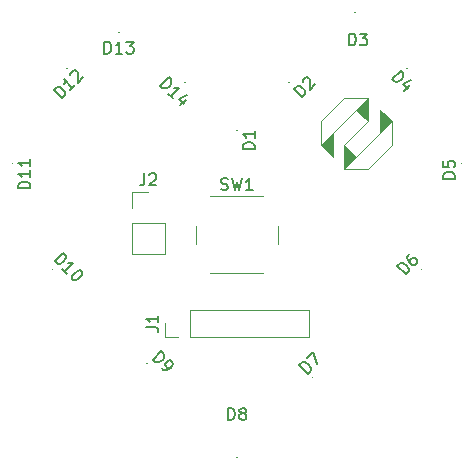
<source format=gbr>
%TF.GenerationSoftware,KiCad,Pcbnew,9.0.6*%
%TF.CreationDate,2026-01-31T16:43:30+03:00*%
%TF.ProjectId,st-valentine-postcard,73742d76-616c-4656-9e74-696e652d706f,rev?*%
%TF.SameCoordinates,Original*%
%TF.FileFunction,Legend,Top*%
%TF.FilePolarity,Positive*%
%FSLAX46Y46*%
G04 Gerber Fmt 4.6, Leading zero omitted, Abs format (unit mm)*
G04 Created by KiCad (PCBNEW 9.0.6) date 2026-01-31 16:43:30*
%MOMM*%
%LPD*%
G01*
G04 APERTURE LIST*
%ADD10C,0.150000*%
%ADD11C,0.100000*%
%ADD12C,0.120000*%
G04 APERTURE END LIST*
D10*
X163156482Y-76799693D02*
X163863589Y-76092587D01*
X163863589Y-76092587D02*
X164031948Y-76260945D01*
X164031948Y-76260945D02*
X164099291Y-76395632D01*
X164099291Y-76395632D02*
X164099291Y-76530319D01*
X164099291Y-76530319D02*
X164065619Y-76631335D01*
X164065619Y-76631335D02*
X163964604Y-76799693D01*
X163964604Y-76799693D02*
X163863589Y-76900709D01*
X163863589Y-76900709D02*
X163695230Y-77001724D01*
X163695230Y-77001724D02*
X163594215Y-77035396D01*
X163594215Y-77035396D02*
X163459528Y-77035396D01*
X163459528Y-77035396D02*
X163324841Y-76968052D01*
X163324841Y-76968052D02*
X163156482Y-76799693D01*
X164638039Y-77338441D02*
X164166635Y-77809846D01*
X164739054Y-76900709D02*
X164065619Y-77237426D01*
X164065619Y-77237426D02*
X164503352Y-77675159D01*
X168454819Y-85238094D02*
X167454819Y-85238094D01*
X167454819Y-85238094D02*
X167454819Y-84999999D01*
X167454819Y-84999999D02*
X167502438Y-84857142D01*
X167502438Y-84857142D02*
X167597676Y-84761904D01*
X167597676Y-84761904D02*
X167692914Y-84714285D01*
X167692914Y-84714285D02*
X167883390Y-84666666D01*
X167883390Y-84666666D02*
X168026247Y-84666666D01*
X168026247Y-84666666D02*
X168216723Y-84714285D01*
X168216723Y-84714285D02*
X168311961Y-84761904D01*
X168311961Y-84761904D02*
X168407200Y-84857142D01*
X168407200Y-84857142D02*
X168454819Y-84999999D01*
X168454819Y-84999999D02*
X168454819Y-85238094D01*
X167454819Y-83761904D02*
X167454819Y-84238094D01*
X167454819Y-84238094D02*
X167931009Y-84285713D01*
X167931009Y-84285713D02*
X167883390Y-84238094D01*
X167883390Y-84238094D02*
X167835771Y-84142856D01*
X167835771Y-84142856D02*
X167835771Y-83904761D01*
X167835771Y-83904761D02*
X167883390Y-83809523D01*
X167883390Y-83809523D02*
X167931009Y-83761904D01*
X167931009Y-83761904D02*
X168026247Y-83714285D01*
X168026247Y-83714285D02*
X168264342Y-83714285D01*
X168264342Y-83714285D02*
X168359580Y-83761904D01*
X168359580Y-83761904D02*
X168407200Y-83809523D01*
X168407200Y-83809523D02*
X168454819Y-83904761D01*
X168454819Y-83904761D02*
X168454819Y-84142856D01*
X168454819Y-84142856D02*
X168407200Y-84238094D01*
X168407200Y-84238094D02*
X168359580Y-84285713D01*
X134562226Y-92220513D02*
X135269333Y-91513407D01*
X135269333Y-91513407D02*
X135437692Y-91681765D01*
X135437692Y-91681765D02*
X135505035Y-91816452D01*
X135505035Y-91816452D02*
X135505035Y-91951139D01*
X135505035Y-91951139D02*
X135471363Y-92052155D01*
X135471363Y-92052155D02*
X135370348Y-92220513D01*
X135370348Y-92220513D02*
X135269333Y-92321529D01*
X135269333Y-92321529D02*
X135100974Y-92422544D01*
X135100974Y-92422544D02*
X134999959Y-92456216D01*
X134999959Y-92456216D02*
X134865272Y-92456216D01*
X134865272Y-92456216D02*
X134730585Y-92388872D01*
X134730585Y-92388872D02*
X134562226Y-92220513D01*
X135639722Y-93298009D02*
X135235661Y-92893948D01*
X135437692Y-93095979D02*
X136144798Y-92388872D01*
X136144798Y-92388872D02*
X135976440Y-92422544D01*
X135976440Y-92422544D02*
X135841753Y-92422544D01*
X135841753Y-92422544D02*
X135740737Y-92388872D01*
X136784562Y-93028636D02*
X136851905Y-93095979D01*
X136851905Y-93095979D02*
X136885577Y-93196994D01*
X136885577Y-93196994D02*
X136885577Y-93264338D01*
X136885577Y-93264338D02*
X136851905Y-93365353D01*
X136851905Y-93365353D02*
X136750890Y-93533712D01*
X136750890Y-93533712D02*
X136582531Y-93702071D01*
X136582531Y-93702071D02*
X136414173Y-93803086D01*
X136414173Y-93803086D02*
X136313157Y-93836758D01*
X136313157Y-93836758D02*
X136245814Y-93836758D01*
X136245814Y-93836758D02*
X136144799Y-93803086D01*
X136144799Y-93803086D02*
X136077455Y-93735742D01*
X136077455Y-93735742D02*
X136043783Y-93634727D01*
X136043783Y-93634727D02*
X136043783Y-93567384D01*
X136043783Y-93567384D02*
X136077455Y-93466368D01*
X136077455Y-93466368D02*
X136178470Y-93298010D01*
X136178470Y-93298010D02*
X136346829Y-93129651D01*
X136346829Y-93129651D02*
X136515188Y-93028636D01*
X136515188Y-93028636D02*
X136616203Y-92994964D01*
X136616203Y-92994964D02*
X136683547Y-92994964D01*
X136683547Y-92994964D02*
X136784562Y-93028636D01*
X142344819Y-97833333D02*
X143059104Y-97833333D01*
X143059104Y-97833333D02*
X143201961Y-97880952D01*
X143201961Y-97880952D02*
X143297200Y-97976190D01*
X143297200Y-97976190D02*
X143344819Y-98119047D01*
X143344819Y-98119047D02*
X143344819Y-98214285D01*
X143344819Y-96833333D02*
X143344819Y-97404761D01*
X143344819Y-97119047D02*
X142344819Y-97119047D01*
X142344819Y-97119047D02*
X142487676Y-97214285D01*
X142487676Y-97214285D02*
X142582914Y-97309523D01*
X142582914Y-97309523D02*
X142630533Y-97404761D01*
X149261905Y-105654819D02*
X149261905Y-104654819D01*
X149261905Y-104654819D02*
X149500000Y-104654819D01*
X149500000Y-104654819D02*
X149642857Y-104702438D01*
X149642857Y-104702438D02*
X149738095Y-104797676D01*
X149738095Y-104797676D02*
X149785714Y-104892914D01*
X149785714Y-104892914D02*
X149833333Y-105083390D01*
X149833333Y-105083390D02*
X149833333Y-105226247D01*
X149833333Y-105226247D02*
X149785714Y-105416723D01*
X149785714Y-105416723D02*
X149738095Y-105511961D01*
X149738095Y-105511961D02*
X149642857Y-105607200D01*
X149642857Y-105607200D02*
X149500000Y-105654819D01*
X149500000Y-105654819D02*
X149261905Y-105654819D01*
X150404762Y-105083390D02*
X150309524Y-105035771D01*
X150309524Y-105035771D02*
X150261905Y-104988152D01*
X150261905Y-104988152D02*
X150214286Y-104892914D01*
X150214286Y-104892914D02*
X150214286Y-104845295D01*
X150214286Y-104845295D02*
X150261905Y-104750057D01*
X150261905Y-104750057D02*
X150309524Y-104702438D01*
X150309524Y-104702438D02*
X150404762Y-104654819D01*
X150404762Y-104654819D02*
X150595238Y-104654819D01*
X150595238Y-104654819D02*
X150690476Y-104702438D01*
X150690476Y-104702438D02*
X150738095Y-104750057D01*
X150738095Y-104750057D02*
X150785714Y-104845295D01*
X150785714Y-104845295D02*
X150785714Y-104892914D01*
X150785714Y-104892914D02*
X150738095Y-104988152D01*
X150738095Y-104988152D02*
X150690476Y-105035771D01*
X150690476Y-105035771D02*
X150595238Y-105083390D01*
X150595238Y-105083390D02*
X150404762Y-105083390D01*
X150404762Y-105083390D02*
X150309524Y-105131009D01*
X150309524Y-105131009D02*
X150261905Y-105178628D01*
X150261905Y-105178628D02*
X150214286Y-105273866D01*
X150214286Y-105273866D02*
X150214286Y-105464342D01*
X150214286Y-105464342D02*
X150261905Y-105559580D01*
X150261905Y-105559580D02*
X150309524Y-105607200D01*
X150309524Y-105607200D02*
X150404762Y-105654819D01*
X150404762Y-105654819D02*
X150595238Y-105654819D01*
X150595238Y-105654819D02*
X150690476Y-105607200D01*
X150690476Y-105607200D02*
X150738095Y-105559580D01*
X150738095Y-105559580D02*
X150785714Y-105464342D01*
X150785714Y-105464342D02*
X150785714Y-105273866D01*
X150785714Y-105273866D02*
X150738095Y-105178628D01*
X150738095Y-105178628D02*
X150690476Y-105131009D01*
X150690476Y-105131009D02*
X150595238Y-105083390D01*
X142898944Y-100557231D02*
X143606051Y-99850125D01*
X143606051Y-99850125D02*
X143774410Y-100018483D01*
X143774410Y-100018483D02*
X143841753Y-100153170D01*
X143841753Y-100153170D02*
X143841753Y-100287857D01*
X143841753Y-100287857D02*
X143808081Y-100388873D01*
X143808081Y-100388873D02*
X143707066Y-100557231D01*
X143707066Y-100557231D02*
X143606051Y-100658247D01*
X143606051Y-100658247D02*
X143437692Y-100759262D01*
X143437692Y-100759262D02*
X143336677Y-100792934D01*
X143336677Y-100792934D02*
X143201990Y-100792934D01*
X143201990Y-100792934D02*
X143067303Y-100725590D01*
X143067303Y-100725590D02*
X142898944Y-100557231D01*
X143639723Y-101298010D02*
X143774410Y-101432697D01*
X143774410Y-101432697D02*
X143875425Y-101466369D01*
X143875425Y-101466369D02*
X143942768Y-101466369D01*
X143942768Y-101466369D02*
X144111127Y-101432697D01*
X144111127Y-101432697D02*
X144279486Y-101331682D01*
X144279486Y-101331682D02*
X144548860Y-101062308D01*
X144548860Y-101062308D02*
X144582532Y-100961292D01*
X144582532Y-100961292D02*
X144582532Y-100893949D01*
X144582532Y-100893949D02*
X144548860Y-100792934D01*
X144548860Y-100792934D02*
X144414173Y-100658247D01*
X144414173Y-100658247D02*
X144313158Y-100624575D01*
X144313158Y-100624575D02*
X144245814Y-100624575D01*
X144245814Y-100624575D02*
X144144799Y-100658247D01*
X144144799Y-100658247D02*
X143976440Y-100826605D01*
X143976440Y-100826605D02*
X143942768Y-100927621D01*
X143942768Y-100927621D02*
X143942768Y-100994964D01*
X143942768Y-100994964D02*
X143976440Y-101095979D01*
X143976440Y-101095979D02*
X144111127Y-101230666D01*
X144111127Y-101230666D02*
X144212142Y-101264338D01*
X144212142Y-101264338D02*
X144279486Y-101264338D01*
X144279486Y-101264338D02*
X144380501Y-101230666D01*
X132504819Y-86064285D02*
X131504819Y-86064285D01*
X131504819Y-86064285D02*
X131504819Y-85826190D01*
X131504819Y-85826190D02*
X131552438Y-85683333D01*
X131552438Y-85683333D02*
X131647676Y-85588095D01*
X131647676Y-85588095D02*
X131742914Y-85540476D01*
X131742914Y-85540476D02*
X131933390Y-85492857D01*
X131933390Y-85492857D02*
X132076247Y-85492857D01*
X132076247Y-85492857D02*
X132266723Y-85540476D01*
X132266723Y-85540476D02*
X132361961Y-85588095D01*
X132361961Y-85588095D02*
X132457200Y-85683333D01*
X132457200Y-85683333D02*
X132504819Y-85826190D01*
X132504819Y-85826190D02*
X132504819Y-86064285D01*
X132504819Y-84540476D02*
X132504819Y-85111904D01*
X132504819Y-84826190D02*
X131504819Y-84826190D01*
X131504819Y-84826190D02*
X131647676Y-84921428D01*
X131647676Y-84921428D02*
X131742914Y-85016666D01*
X131742914Y-85016666D02*
X131790533Y-85111904D01*
X132504819Y-83588095D02*
X132504819Y-84159523D01*
X132504819Y-83873809D02*
X131504819Y-83873809D01*
X131504819Y-83873809D02*
X131647676Y-83969047D01*
X131647676Y-83969047D02*
X131742914Y-84064285D01*
X131742914Y-84064285D02*
X131790533Y-84159523D01*
X164299693Y-93343517D02*
X163592587Y-92636410D01*
X163592587Y-92636410D02*
X163760945Y-92468051D01*
X163760945Y-92468051D02*
X163895632Y-92400708D01*
X163895632Y-92400708D02*
X164030319Y-92400708D01*
X164030319Y-92400708D02*
X164131335Y-92434380D01*
X164131335Y-92434380D02*
X164299693Y-92535395D01*
X164299693Y-92535395D02*
X164400709Y-92636410D01*
X164400709Y-92636410D02*
X164501724Y-92804769D01*
X164501724Y-92804769D02*
X164535396Y-92905784D01*
X164535396Y-92905784D02*
X164535396Y-93040471D01*
X164535396Y-93040471D02*
X164468052Y-93175158D01*
X164468052Y-93175158D02*
X164299693Y-93343517D01*
X164602739Y-91626258D02*
X164468052Y-91760945D01*
X164468052Y-91760945D02*
X164434380Y-91861960D01*
X164434380Y-91861960D02*
X164434380Y-91929303D01*
X164434380Y-91929303D02*
X164468052Y-92097662D01*
X164468052Y-92097662D02*
X164569067Y-92266021D01*
X164569067Y-92266021D02*
X164838441Y-92535395D01*
X164838441Y-92535395D02*
X164939457Y-92569067D01*
X164939457Y-92569067D02*
X165006800Y-92569067D01*
X165006800Y-92569067D02*
X165107815Y-92535395D01*
X165107815Y-92535395D02*
X165242502Y-92400708D01*
X165242502Y-92400708D02*
X165276174Y-92299693D01*
X165276174Y-92299693D02*
X165276174Y-92232349D01*
X165276174Y-92232349D02*
X165242502Y-92131334D01*
X165242502Y-92131334D02*
X165074144Y-91962975D01*
X165074144Y-91962975D02*
X164973128Y-91929303D01*
X164973128Y-91929303D02*
X164905785Y-91929303D01*
X164905785Y-91929303D02*
X164804770Y-91962975D01*
X164804770Y-91962975D02*
X164670083Y-92097662D01*
X164670083Y-92097662D02*
X164636411Y-92198677D01*
X164636411Y-92198677D02*
X164636411Y-92266021D01*
X164636411Y-92266021D02*
X164670083Y-92367036D01*
X135205437Y-78422697D02*
X134498331Y-77715590D01*
X134498331Y-77715590D02*
X134666689Y-77547231D01*
X134666689Y-77547231D02*
X134801376Y-77479888D01*
X134801376Y-77479888D02*
X134936063Y-77479888D01*
X134936063Y-77479888D02*
X135037079Y-77513560D01*
X135037079Y-77513560D02*
X135205437Y-77614575D01*
X135205437Y-77614575D02*
X135306453Y-77715590D01*
X135306453Y-77715590D02*
X135407468Y-77883949D01*
X135407468Y-77883949D02*
X135441140Y-77984964D01*
X135441140Y-77984964D02*
X135441140Y-78119651D01*
X135441140Y-78119651D02*
X135373796Y-78254338D01*
X135373796Y-78254338D02*
X135205437Y-78422697D01*
X136282933Y-77345201D02*
X135878872Y-77749262D01*
X136080903Y-77547231D02*
X135373796Y-76840125D01*
X135373796Y-76840125D02*
X135407468Y-77008483D01*
X135407468Y-77008483D02*
X135407468Y-77143170D01*
X135407468Y-77143170D02*
X135373796Y-77244186D01*
X135912544Y-76436063D02*
X135912544Y-76368720D01*
X135912544Y-76368720D02*
X135946216Y-76267705D01*
X135946216Y-76267705D02*
X136114575Y-76099346D01*
X136114575Y-76099346D02*
X136215590Y-76065674D01*
X136215590Y-76065674D02*
X136282934Y-76065674D01*
X136282934Y-76065674D02*
X136383949Y-76099346D01*
X136383949Y-76099346D02*
X136451292Y-76166689D01*
X136451292Y-76166689D02*
X136518636Y-76301376D01*
X136518636Y-76301376D02*
X136518636Y-77109498D01*
X136518636Y-77109498D02*
X136956369Y-76671766D01*
X148666667Y-86157200D02*
X148809524Y-86204819D01*
X148809524Y-86204819D02*
X149047619Y-86204819D01*
X149047619Y-86204819D02*
X149142857Y-86157200D01*
X149142857Y-86157200D02*
X149190476Y-86109580D01*
X149190476Y-86109580D02*
X149238095Y-86014342D01*
X149238095Y-86014342D02*
X149238095Y-85919104D01*
X149238095Y-85919104D02*
X149190476Y-85823866D01*
X149190476Y-85823866D02*
X149142857Y-85776247D01*
X149142857Y-85776247D02*
X149047619Y-85728628D01*
X149047619Y-85728628D02*
X148857143Y-85681009D01*
X148857143Y-85681009D02*
X148761905Y-85633390D01*
X148761905Y-85633390D02*
X148714286Y-85585771D01*
X148714286Y-85585771D02*
X148666667Y-85490533D01*
X148666667Y-85490533D02*
X148666667Y-85395295D01*
X148666667Y-85395295D02*
X148714286Y-85300057D01*
X148714286Y-85300057D02*
X148761905Y-85252438D01*
X148761905Y-85252438D02*
X148857143Y-85204819D01*
X148857143Y-85204819D02*
X149095238Y-85204819D01*
X149095238Y-85204819D02*
X149238095Y-85252438D01*
X149571429Y-85204819D02*
X149809524Y-86204819D01*
X149809524Y-86204819D02*
X150000000Y-85490533D01*
X150000000Y-85490533D02*
X150190476Y-86204819D01*
X150190476Y-86204819D02*
X150428572Y-85204819D01*
X151333333Y-86204819D02*
X150761905Y-86204819D01*
X151047619Y-86204819D02*
X151047619Y-85204819D01*
X151047619Y-85204819D02*
X150952381Y-85347676D01*
X150952381Y-85347676D02*
X150857143Y-85442914D01*
X150857143Y-85442914D02*
X150761905Y-85490533D01*
X142166666Y-84799819D02*
X142166666Y-85514104D01*
X142166666Y-85514104D02*
X142119047Y-85656961D01*
X142119047Y-85656961D02*
X142023809Y-85752200D01*
X142023809Y-85752200D02*
X141880952Y-85799819D01*
X141880952Y-85799819D02*
X141785714Y-85799819D01*
X142595238Y-84895057D02*
X142642857Y-84847438D01*
X142642857Y-84847438D02*
X142738095Y-84799819D01*
X142738095Y-84799819D02*
X142976190Y-84799819D01*
X142976190Y-84799819D02*
X143071428Y-84847438D01*
X143071428Y-84847438D02*
X143119047Y-84895057D01*
X143119047Y-84895057D02*
X143166666Y-84990295D01*
X143166666Y-84990295D02*
X143166666Y-85085533D01*
X143166666Y-85085533D02*
X143119047Y-85228390D01*
X143119047Y-85228390D02*
X142547619Y-85799819D01*
X142547619Y-85799819D02*
X143166666Y-85799819D01*
X155999694Y-101743517D02*
X155292588Y-101036410D01*
X155292588Y-101036410D02*
X155460946Y-100868051D01*
X155460946Y-100868051D02*
X155595633Y-100800708D01*
X155595633Y-100800708D02*
X155730320Y-100800708D01*
X155730320Y-100800708D02*
X155831336Y-100834380D01*
X155831336Y-100834380D02*
X155999694Y-100935395D01*
X155999694Y-100935395D02*
X156100710Y-101036410D01*
X156100710Y-101036410D02*
X156201725Y-101204769D01*
X156201725Y-101204769D02*
X156235397Y-101305784D01*
X156235397Y-101305784D02*
X156235397Y-101440471D01*
X156235397Y-101440471D02*
X156168053Y-101575158D01*
X156168053Y-101575158D02*
X155999694Y-101743517D01*
X155932351Y-100396647D02*
X156403755Y-99925242D01*
X156403755Y-99925242D02*
X156807816Y-100935395D01*
X151504819Y-82738094D02*
X150504819Y-82738094D01*
X150504819Y-82738094D02*
X150504819Y-82499999D01*
X150504819Y-82499999D02*
X150552438Y-82357142D01*
X150552438Y-82357142D02*
X150647676Y-82261904D01*
X150647676Y-82261904D02*
X150742914Y-82214285D01*
X150742914Y-82214285D02*
X150933390Y-82166666D01*
X150933390Y-82166666D02*
X151076247Y-82166666D01*
X151076247Y-82166666D02*
X151266723Y-82214285D01*
X151266723Y-82214285D02*
X151361961Y-82261904D01*
X151361961Y-82261904D02*
X151457200Y-82357142D01*
X151457200Y-82357142D02*
X151504819Y-82499999D01*
X151504819Y-82499999D02*
X151504819Y-82738094D01*
X151504819Y-81214285D02*
X151504819Y-81785713D01*
X151504819Y-81499999D02*
X150504819Y-81499999D01*
X150504819Y-81499999D02*
X150647676Y-81595237D01*
X150647676Y-81595237D02*
X150742914Y-81690475D01*
X150742914Y-81690475D02*
X150790533Y-81785713D01*
X155549693Y-78343517D02*
X154842587Y-77636410D01*
X154842587Y-77636410D02*
X155010945Y-77468051D01*
X155010945Y-77468051D02*
X155145632Y-77400708D01*
X155145632Y-77400708D02*
X155280319Y-77400708D01*
X155280319Y-77400708D02*
X155381335Y-77434380D01*
X155381335Y-77434380D02*
X155549693Y-77535395D01*
X155549693Y-77535395D02*
X155650709Y-77636410D01*
X155650709Y-77636410D02*
X155751724Y-77804769D01*
X155751724Y-77804769D02*
X155785396Y-77905784D01*
X155785396Y-77905784D02*
X155785396Y-78040471D01*
X155785396Y-78040471D02*
X155718052Y-78175158D01*
X155718052Y-78175158D02*
X155549693Y-78343517D01*
X155583365Y-77030319D02*
X155583365Y-76962975D01*
X155583365Y-76962975D02*
X155617037Y-76861960D01*
X155617037Y-76861960D02*
X155785396Y-76693601D01*
X155785396Y-76693601D02*
X155886411Y-76659929D01*
X155886411Y-76659929D02*
X155953754Y-76659929D01*
X155953754Y-76659929D02*
X156054770Y-76693601D01*
X156054770Y-76693601D02*
X156122113Y-76760945D01*
X156122113Y-76760945D02*
X156189457Y-76895632D01*
X156189457Y-76895632D02*
X156189457Y-77703754D01*
X156189457Y-77703754D02*
X156627189Y-77266021D01*
X143519763Y-77362975D02*
X144226870Y-76655869D01*
X144226870Y-76655869D02*
X144395229Y-76824227D01*
X144395229Y-76824227D02*
X144462572Y-76958914D01*
X144462572Y-76958914D02*
X144462572Y-77093601D01*
X144462572Y-77093601D02*
X144428900Y-77194617D01*
X144428900Y-77194617D02*
X144327885Y-77362975D01*
X144327885Y-77362975D02*
X144226870Y-77463991D01*
X144226870Y-77463991D02*
X144058511Y-77565006D01*
X144058511Y-77565006D02*
X143957496Y-77598678D01*
X143957496Y-77598678D02*
X143822809Y-77598678D01*
X143822809Y-77598678D02*
X143688122Y-77531334D01*
X143688122Y-77531334D02*
X143519763Y-77362975D01*
X144597259Y-78440471D02*
X144193198Y-78036410D01*
X144395229Y-78238441D02*
X145102335Y-77531334D01*
X145102335Y-77531334D02*
X144933977Y-77565006D01*
X144933977Y-77565006D02*
X144799290Y-77565006D01*
X144799290Y-77565006D02*
X144698274Y-77531334D01*
X145674755Y-78575159D02*
X145203351Y-79046563D01*
X145775771Y-78137426D02*
X145102336Y-78474143D01*
X145102336Y-78474143D02*
X145540068Y-78911876D01*
X159511905Y-73954819D02*
X159511905Y-72954819D01*
X159511905Y-72954819D02*
X159750000Y-72954819D01*
X159750000Y-72954819D02*
X159892857Y-73002438D01*
X159892857Y-73002438D02*
X159988095Y-73097676D01*
X159988095Y-73097676D02*
X160035714Y-73192914D01*
X160035714Y-73192914D02*
X160083333Y-73383390D01*
X160083333Y-73383390D02*
X160083333Y-73526247D01*
X160083333Y-73526247D02*
X160035714Y-73716723D01*
X160035714Y-73716723D02*
X159988095Y-73811961D01*
X159988095Y-73811961D02*
X159892857Y-73907200D01*
X159892857Y-73907200D02*
X159750000Y-73954819D01*
X159750000Y-73954819D02*
X159511905Y-73954819D01*
X160416667Y-72954819D02*
X161035714Y-72954819D01*
X161035714Y-72954819D02*
X160702381Y-73335771D01*
X160702381Y-73335771D02*
X160845238Y-73335771D01*
X160845238Y-73335771D02*
X160940476Y-73383390D01*
X160940476Y-73383390D02*
X160988095Y-73431009D01*
X160988095Y-73431009D02*
X161035714Y-73526247D01*
X161035714Y-73526247D02*
X161035714Y-73764342D01*
X161035714Y-73764342D02*
X160988095Y-73859580D01*
X160988095Y-73859580D02*
X160940476Y-73907200D01*
X160940476Y-73907200D02*
X160845238Y-73954819D01*
X160845238Y-73954819D02*
X160559524Y-73954819D01*
X160559524Y-73954819D02*
X160464286Y-73907200D01*
X160464286Y-73907200D02*
X160416667Y-73859580D01*
X138785714Y-74654819D02*
X138785714Y-73654819D01*
X138785714Y-73654819D02*
X139023809Y-73654819D01*
X139023809Y-73654819D02*
X139166666Y-73702438D01*
X139166666Y-73702438D02*
X139261904Y-73797676D01*
X139261904Y-73797676D02*
X139309523Y-73892914D01*
X139309523Y-73892914D02*
X139357142Y-74083390D01*
X139357142Y-74083390D02*
X139357142Y-74226247D01*
X139357142Y-74226247D02*
X139309523Y-74416723D01*
X139309523Y-74416723D02*
X139261904Y-74511961D01*
X139261904Y-74511961D02*
X139166666Y-74607200D01*
X139166666Y-74607200D02*
X139023809Y-74654819D01*
X139023809Y-74654819D02*
X138785714Y-74654819D01*
X140309523Y-74654819D02*
X139738095Y-74654819D01*
X140023809Y-74654819D02*
X140023809Y-73654819D01*
X140023809Y-73654819D02*
X139928571Y-73797676D01*
X139928571Y-73797676D02*
X139833333Y-73892914D01*
X139833333Y-73892914D02*
X139738095Y-73940533D01*
X140642857Y-73654819D02*
X141261904Y-73654819D01*
X141261904Y-73654819D02*
X140928571Y-74035771D01*
X140928571Y-74035771D02*
X141071428Y-74035771D01*
X141071428Y-74035771D02*
X141166666Y-74083390D01*
X141166666Y-74083390D02*
X141214285Y-74131009D01*
X141214285Y-74131009D02*
X141261904Y-74226247D01*
X141261904Y-74226247D02*
X141261904Y-74464342D01*
X141261904Y-74464342D02*
X141214285Y-74559580D01*
X141214285Y-74559580D02*
X141166666Y-74607200D01*
X141166666Y-74607200D02*
X141071428Y-74654819D01*
X141071428Y-74654819D02*
X140785714Y-74654819D01*
X140785714Y-74654819D02*
X140690476Y-74607200D01*
X140690476Y-74607200D02*
X140642857Y-74559580D01*
D11*
%TO.C,D4*%
X164441889Y-75891888D02*
G75*
G02*
X164341887Y-75891888I-50001J0D01*
G01*
X164341887Y-75891888D02*
G75*
G02*
X164441889Y-75891888I50001J0D01*
G01*
%TO.C,D5*%
X169050000Y-83985000D02*
G75*
G02*
X168950000Y-83985000I-50000J0D01*
G01*
X168950000Y-83985000D02*
G75*
G02*
X169050000Y-83985000I50000J0D01*
G01*
%TO.C,D10*%
X134441889Y-92891888D02*
G75*
G02*
X134341887Y-92891888I-50001J0D01*
G01*
X134341887Y-92891888D02*
G75*
G02*
X134441889Y-92891888I50001J0D01*
G01*
D12*
%TO.C,J1*%
X143890000Y-98610000D02*
X143890000Y-97500000D01*
X145000000Y-98610000D02*
X143890000Y-98610000D01*
X146000000Y-96390000D02*
X156110000Y-96390000D01*
X146000000Y-98610000D02*
X146000000Y-96390000D01*
X146000000Y-98610000D02*
X156110000Y-98610000D01*
X156110000Y-98610000D02*
X156110000Y-96390000D01*
D11*
%TO.C,D8*%
X150050000Y-108860000D02*
G75*
G02*
X149950000Y-108860000I-50000J0D01*
G01*
X149950000Y-108860000D02*
G75*
G02*
X150050000Y-108860000I50000J0D01*
G01*
%TO.C,D9*%
X142441889Y-100891888D02*
G75*
G02*
X142341887Y-100891888I-50001J0D01*
G01*
X142341887Y-100891888D02*
G75*
G02*
X142441889Y-100891888I50001J0D01*
G01*
%TO.C,D11*%
X131050000Y-83990000D02*
G75*
G02*
X130950000Y-83990000I-50000J0D01*
G01*
X130950000Y-83990000D02*
G75*
G02*
X131050000Y-83990000I50000J0D01*
G01*
%TO.C,D6*%
X165658113Y-92891888D02*
G75*
G02*
X165558111Y-92891888I-50001J0D01*
G01*
X165558111Y-92891888D02*
G75*
G02*
X165658113Y-92891888I50001J0D01*
G01*
%TO.C,D12*%
X135658113Y-75891888D02*
G75*
G02*
X135558111Y-75891888I-50001J0D01*
G01*
X135558111Y-75891888D02*
G75*
G02*
X135658113Y-75891888I50001J0D01*
G01*
%TO.C,LOGO1*%
X157100000Y-80400000D02*
X157100000Y-82400000D01*
X157100000Y-80400000D02*
X159100000Y-78400000D01*
X157100000Y-82400000D02*
X158100000Y-83400000D01*
X157100000Y-82400000D02*
X161100000Y-78400000D01*
X158100000Y-83400000D02*
X158100000Y-81400000D01*
X159100000Y-78400000D02*
X161100000Y-78400000D01*
X159100000Y-82400000D02*
X159100000Y-84400000D01*
X159100000Y-82400000D02*
X160100000Y-83400000D01*
X159100000Y-84400000D02*
X161100000Y-84400000D01*
X159100000Y-84400000D02*
X163100000Y-80400000D01*
X161100000Y-80400000D02*
X159100000Y-82400000D01*
X161100000Y-80400000D02*
X160100000Y-79400000D01*
X161100000Y-80400000D02*
X161100000Y-78400000D01*
X161100000Y-84400000D02*
X163100000Y-82400000D01*
X162100000Y-79400000D02*
X162100000Y-81400000D01*
X162100000Y-79400000D02*
X163100000Y-80400000D01*
X163100000Y-82400000D02*
X163100000Y-80400000D01*
X158100000Y-83400000D02*
X157100000Y-82400000D01*
X158100000Y-81400000D01*
X158100000Y-83400000D01*
G36*
X158100000Y-83400000D02*
G01*
X157100000Y-82400000D01*
X158100000Y-81400000D01*
X158100000Y-83400000D01*
G37*
X160100000Y-83400000D02*
X159100000Y-84400000D01*
X159100000Y-82400000D01*
X160100000Y-83400000D01*
G36*
X160100000Y-83400000D02*
G01*
X159100000Y-84400000D01*
X159100000Y-82400000D01*
X160100000Y-83400000D01*
G37*
X161100000Y-80400000D02*
X160100000Y-79400000D01*
X161100000Y-78400000D01*
X161100000Y-80400000D01*
G36*
X161100000Y-80400000D02*
G01*
X160100000Y-79400000D01*
X161100000Y-78400000D01*
X161100000Y-80400000D01*
G37*
X163100000Y-80400000D02*
X162100000Y-81400000D01*
X162100000Y-79400000D01*
X163100000Y-80400000D01*
G36*
X163100000Y-80400000D02*
G01*
X162100000Y-81400000D01*
X162100000Y-79400000D01*
X163100000Y-80400000D01*
G37*
D12*
%TO.C,SW1*%
X146500000Y-89250000D02*
X146500000Y-90750000D01*
X147750000Y-93250000D02*
X152250000Y-93250000D01*
X152250000Y-86750000D02*
X147750000Y-86750000D01*
X153500000Y-90750000D02*
X153500000Y-89250000D01*
%TO.C,J2*%
X141120000Y-86345000D02*
X142500000Y-86345000D01*
X141120000Y-87725000D02*
X141120000Y-86345000D01*
X141120000Y-88995000D02*
X141120000Y-91645000D01*
X141120000Y-88995000D02*
X143880000Y-88995000D01*
X141120000Y-91645000D02*
X143880000Y-91645000D01*
X143880000Y-88995000D02*
X143880000Y-91645000D01*
D11*
%TO.C,D7*%
X156441889Y-102108112D02*
G75*
G02*
X156341887Y-102108112I-50001J0D01*
G01*
X156341887Y-102108112D02*
G75*
G02*
X156441889Y-102108112I50001J0D01*
G01*
%TO.C,D1*%
X150050000Y-81140000D02*
G75*
G02*
X149950000Y-81140000I-50000J0D01*
G01*
X149950000Y-81140000D02*
G75*
G02*
X150050000Y-81140000I50000J0D01*
G01*
%TO.C,D2*%
X154441889Y-77108112D02*
G75*
G02*
X154341887Y-77108112I-50001J0D01*
G01*
X154341887Y-77108112D02*
G75*
G02*
X154441889Y-77108112I50001J0D01*
G01*
%TO.C,D14*%
X145658113Y-77108112D02*
G75*
G02*
X145558111Y-77108112I-50001J0D01*
G01*
X145558111Y-77108112D02*
G75*
G02*
X145658113Y-77108112I50001J0D01*
G01*
%TO.C,D3*%
X160050000Y-71140000D02*
G75*
G02*
X159950000Y-71140000I-50000J0D01*
G01*
X159950000Y-71140000D02*
G75*
G02*
X160050000Y-71140000I50000J0D01*
G01*
%TO.C,D13*%
X140050000Y-72860000D02*
G75*
G02*
X139950000Y-72860000I-50000J0D01*
G01*
X139950000Y-72860000D02*
G75*
G02*
X140050000Y-72860000I50000J0D01*
G01*
%TD*%
M02*

</source>
